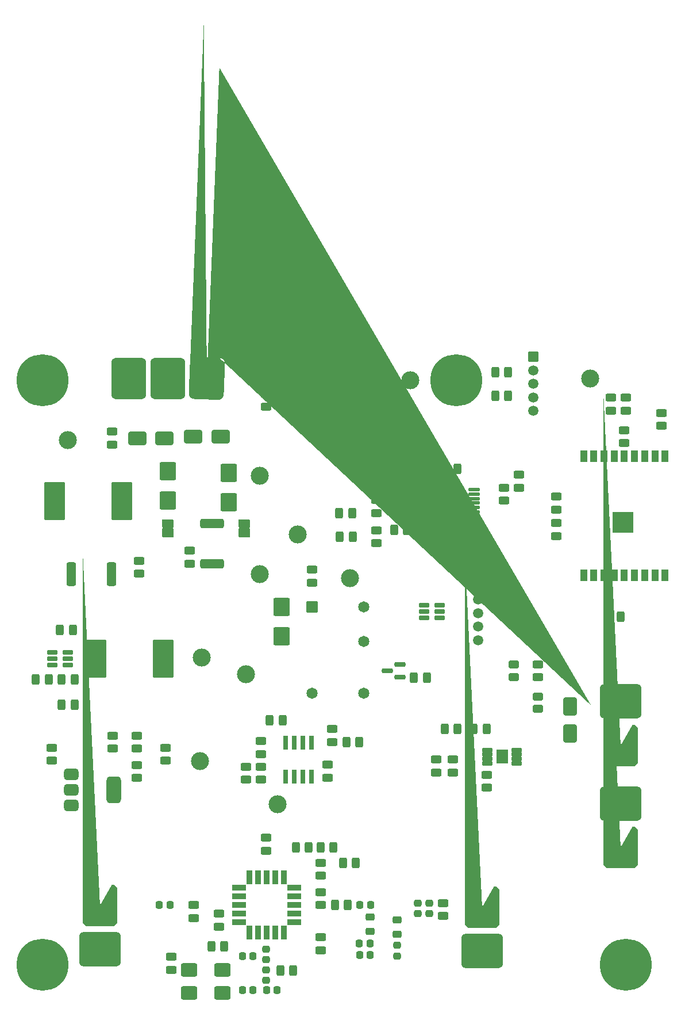
<source format=gts>
%TF.GenerationSoftware,KiCad,Pcbnew,9.0.7*%
%TF.CreationDate,2026-02-10T21:18:12+01:00*%
%TF.ProjectId,Tesla_sextant_BT,5465736c-615f-4736-9578-74616e745f42,2.1*%
%TF.SameCoordinates,Original*%
%TF.FileFunction,Soldermask,Top*%
%TF.FilePolarity,Negative*%
%FSLAX46Y46*%
G04 Gerber Fmt 4.6, Leading zero omitted, Abs format (unit mm)*
G04 Created by KiCad (PCBNEW 9.0.7) date 2026-02-10 21:18:12*
%MOMM*%
%LPD*%
G01*
G04 APERTURE LIST*
G04 Aperture macros list*
%AMRoundRect*
0 Rectangle with rounded corners*
0 $1 Rounding radius*
0 $2 $3 $4 $5 $6 $7 $8 $9 X,Y pos of 4 corners*
0 Add a 4 corners polygon primitive as box body*
4,1,4,$2,$3,$4,$5,$6,$7,$8,$9,$2,$3,0*
0 Add four circle primitives for the rounded corners*
1,1,$1+$1,$2,$3*
1,1,$1+$1,$4,$5*
1,1,$1+$1,$6,$7*
1,1,$1+$1,$8,$9*
0 Add four rect primitives between the rounded corners*
20,1,$1+$1,$2,$3,$4,$5,0*
20,1,$1+$1,$4,$5,$6,$7,0*
20,1,$1+$1,$6,$7,$8,$9,0*
20,1,$1+$1,$8,$9,$2,$3,0*%
%AMFreePoly0*
4,1,18,0.548980,0.808373,0.563402,0.792268,1.063402,0.042268,1.075738,-0.008375,1.063402,-0.042268,0.563402,-0.792268,0.521399,-0.823133,0.500000,-0.826200,-0.500000,-0.826200,-0.548980,-0.808373,-0.575042,-0.763232,-0.576200,-0.750000,-0.576200,0.750000,-0.558373,0.798980,-0.513232,0.825042,-0.500000,0.826200,0.500000,0.826200,0.548980,0.808373,0.548980,0.808373,$1*%
%AMFreePoly1*
4,1,20,0.548980,0.808373,0.575042,0.763232,0.576200,0.750000,0.576200,-0.750000,0.558373,-0.798980,0.513232,-0.825042,0.500000,-0.826200,-0.650000,-0.826200,-0.698980,-0.808373,-0.725042,-0.763232,-0.715991,-0.711900,-0.713402,-0.707732,-0.241580,0.000000,-0.713402,0.707732,-0.725738,0.758375,-0.702636,0.805099,-0.654904,0.826042,-0.650000,0.826200,0.500000,0.826200,0.548980,0.808373,
0.548980,0.808373,$1*%
%AMFreePoly2*
4,1,55,1.757745,3.075805,1.909408,3.060310,1.925631,3.056837,2.090932,3.002063,2.106967,2.994586,2.255180,2.903167,2.269059,2.892194,2.392194,2.769059,2.403167,2.755180,2.494586,2.606967,2.502063,2.590932,2.556837,2.425631,2.560310,2.409408,2.575805,2.257745,2.576200,2.250000,2.576200,-2.250000,2.575805,-2.257745,2.560310,-2.409408,2.556837,-2.425631,2.502063,-2.590932,
2.494586,-2.606967,2.403167,-2.755180,2.392194,-2.769059,2.269059,-2.892194,2.255180,-2.903167,2.106967,-2.994586,2.090932,-3.002063,1.925631,-3.056837,1.909408,-3.060310,1.757745,-3.075805,1.750000,-3.076200,-1.750000,-3.076200,-1.757745,-3.075805,-1.909408,-3.060310,-1.925631,-3.056837,-2.090932,-3.002063,-2.106967,-2.994586,-2.255180,-2.903167,-2.269059,-2.892194,-2.392194,-2.769059,
-2.403167,-2.755180,-2.494586,-2.606967,-2.502063,-2.590932,-2.556837,-2.425631,-2.560310,-2.409408,-2.575805,-2.257745,-2.576200,-2.250000,-2.576200,2.000000,-2.558373,2.048980,-2.553882,2.053882,-1.553882,3.053882,-1.506641,3.075910,-1.500000,3.076200,1.750000,3.076200,1.757745,3.075805,1.757745,3.075805,$1*%
G04 Aperture macros list end*
%ADD10FreePoly0,270.000000*%
%ADD11FreePoly1,270.000000*%
%ADD12RoundRect,0.288100X0.513100X-0.288100X0.513100X0.288100X-0.513100X0.288100X-0.513100X-0.288100X0*%
%ADD13RoundRect,0.288100X-0.513100X0.288100X-0.513100X-0.288100X0.513100X-0.288100X0.513100X0.288100X0*%
%ADD14RoundRect,0.076200X-0.450000X0.750000X-0.450000X-0.750000X0.450000X-0.750000X0.450000X0.750000X0*%
%ADD15C,0.752400*%
%ADD16RoundRect,0.076200X-1.450000X1.450000X-1.450000X-1.450000X1.450000X-1.450000X1.450000X1.450000X0*%
%ADD17RoundRect,0.263100X0.288100X-0.263100X0.288100X0.263100X-0.288100X0.263100X-0.288100X-0.263100X0*%
%ADD18RoundRect,0.288100X-0.288100X-0.513100X0.288100X-0.513100X0.288100X0.513100X-0.288100X0.513100X0*%
%ADD19C,4.852400*%
%ADD20C,7.652400*%
%ADD21RoundRect,0.188100X0.188100X-0.863100X0.188100X0.863100X-0.188100X0.863100X-0.188100X-0.863100X0*%
%ADD22RoundRect,0.288100X0.288100X0.513100X-0.288100X0.513100X-0.288100X-0.513100X0.288100X-0.513100X0*%
%ADD23RoundRect,0.188100X0.625600X0.188100X-0.625600X0.188100X-0.625600X-0.188100X0.625600X-0.188100X0*%
%ADD24C,2.652400*%
%ADD25C,0.802400*%
%ADD26RoundRect,0.188100X0.188100X0.463100X-0.188100X0.463100X-0.188100X-0.463100X0.188100X-0.463100X0*%
%ADD27RoundRect,0.113100X0.113100X0.538100X-0.113100X0.538100X-0.113100X-0.538100X0.113100X-0.538100X0*%
%ADD28O,1.152400X2.252400*%
%ADD29O,1.152400X1.952400*%
%ADD30FreePoly2,90.000000*%
%ADD31RoundRect,0.772860X2.303340X-1.803340X2.303340X1.803340X-2.303340X1.803340X-2.303340X-1.803340X0*%
%ADD32RoundRect,0.256850X-0.256850X-0.294350X0.256850X-0.294350X0.256850X0.294350X-0.256850X0.294350X0*%
%ADD33RoundRect,0.163100X-0.638100X-0.163100X0.638100X-0.163100X0.638100X0.163100X-0.638100X0.163100X0*%
%ADD34RoundRect,0.076200X-0.785000X-0.945000X0.785000X-0.945000X0.785000X0.945000X-0.785000X0.945000X0*%
%ADD35RoundRect,0.076200X-0.675000X-0.675000X0.675000X-0.675000X0.675000X0.675000X-0.675000X0.675000X0*%
%ADD36C,1.502400*%
%ADD37RoundRect,0.263100X0.263100X0.288100X-0.263100X0.288100X-0.263100X-0.288100X0.263100X-0.288100X0*%
%ADD38RoundRect,0.256850X-0.419350X0.256850X-0.419350X-0.256850X0.419350X-0.256850X0.419350X0.256850X0*%
%ADD39FreePoly2,270.000000*%
%ADD40RoundRect,0.772860X-2.303340X1.803340X-2.303340X-1.803340X2.303340X-1.803340X2.303340X1.803340X0*%
%ADD41RoundRect,0.263100X-0.288100X0.263100X-0.288100X-0.263100X0.288100X-0.263100X0.288100X0.263100X0*%
%ADD42RoundRect,0.281103X0.407597X1.470097X-0.407597X1.470097X-0.407597X-1.470097X0.407597X-1.470097X0*%
%ADD43RoundRect,0.076200X-1.450000X-2.700000X1.450000X-2.700000X1.450000X2.700000X-1.450000X2.700000X0*%
%ADD44RoundRect,0.271167X0.705033X-1.055033X0.705033X1.055033X-0.705033X1.055033X-0.705033X-1.055033X0*%
%ADD45RoundRect,0.076200X1.450000X2.700000X-1.450000X2.700000X-1.450000X-2.700000X1.450000X-2.700000X0*%
%ADD46RoundRect,0.256850X0.419350X-0.256850X0.419350X0.256850X-0.419350X0.256850X-0.419350X-0.256850X0*%
%ADD47RoundRect,0.188100X-0.188100X0.550600X-0.188100X-0.550600X0.188100X-0.550600X0.188100X0.550600X0*%
%ADD48RoundRect,0.266565X0.959635X-1.059635X0.959635X1.059635X-0.959635X1.059635X-0.959635X-1.059635X0*%
%ADD49RoundRect,0.263100X-0.263100X-0.288100X0.263100X-0.288100X0.263100X0.288100X-0.263100X0.288100X0*%
%ADD50RoundRect,0.271167X1.055033X0.705033X-1.055033X0.705033X-1.055033X-0.705033X1.055033X-0.705033X0*%
%ADD51RoundRect,0.256850X0.256850X0.294350X-0.256850X0.294350X-0.256850X-0.294350X0.256850X-0.294350X0*%
%ADD52RoundRect,0.281103X1.470097X-0.407597X1.470097X0.407597X-1.470097X0.407597X-1.470097X-0.407597X0*%
%ADD53RoundRect,0.271167X-0.930033X-0.705033X0.930033X-0.705033X0.930033X0.705033X-0.930033X0.705033X0*%
%ADD54RoundRect,0.287170X0.489030X-0.301530X0.489030X0.301530X-0.489030X0.301530X-0.489030X-0.301530X0*%
%ADD55RoundRect,0.076200X-0.350000X-0.962500X0.350000X-0.962500X0.350000X0.962500X-0.350000X0.962500X0*%
%ADD56RoundRect,0.076200X-0.962500X-0.350000X0.962500X-0.350000X0.962500X0.350000X-0.962500X0.350000X0*%
%ADD57FreePoly2,180.000000*%
%ADD58RoundRect,0.772860X1.803340X2.303340X-1.803340X2.303340X-1.803340X-2.303340X1.803340X-2.303340X0*%
%ADD59RoundRect,0.266565X-0.959635X1.059635X-0.959635X-1.059635X0.959635X-1.059635X0.959635X1.059635X0*%
%ADD60RoundRect,0.188100X-0.550600X-0.188100X0.550600X-0.188100X0.550600X0.188100X-0.550600X0.188100X0*%
%ADD61RoundRect,0.256850X-0.294350X0.256850X-0.294350X-0.256850X0.294350X-0.256850X0.294350X0.256850X0*%
%ADD62RoundRect,0.138100X-0.675600X-0.138100X0.675600X-0.138100X0.675600X0.138100X-0.675600X0.138100X0*%
%ADD63RoundRect,0.076200X-0.750570X0.750570X-0.750570X-0.750570X0.750570X-0.750570X0.750570X0.750570X0*%
%ADD64C,1.653540*%
%ADD65RoundRect,0.413100X-0.663100X-0.413100X0.663100X-0.413100X0.663100X0.413100X-0.663100X0.413100X0*%
%ADD66RoundRect,0.538100X-0.538100X-1.438100X0.538100X-1.438100X0.538100X1.438100X-0.538100X1.438100X0*%
G04 APERTURE END LIST*
%TO.C,JP1*%
G36*
X136000000Y-82525000D02*
G01*
X134500000Y-82525000D01*
X134500000Y-84975000D01*
X136000000Y-84975000D01*
X136000000Y-82525000D01*
G37*
%TO.C,JP4*%
G36*
X159400000Y-65315000D02*
G01*
X157900000Y-65315000D01*
X157900000Y-67765000D01*
X159400000Y-67765000D01*
X159400000Y-65315000D01*
G37*
%TO.C,JP3*%
G36*
X124750000Y-82525000D02*
G01*
X123250000Y-82525000D01*
X123250000Y-84975000D01*
X124750000Y-84975000D01*
X124750000Y-82525000D01*
G37*
%TO.C,JP2*%
G36*
X154900000Y-65290000D02*
G01*
X153400000Y-65290000D01*
X153400000Y-67740000D01*
X154900000Y-67740000D01*
X154900000Y-65290000D01*
G37*
%TD*%
D10*
%TO.C,JP1*%
X135250000Y-83025000D03*
D11*
X135250000Y-84475000D03*
%TD*%
D12*
%TO.C,C41*%
X178500000Y-105700000D03*
X178500000Y-103800000D03*
%TD*%
D13*
%TO.C,R3*%
X181250000Y-79100000D03*
X181250000Y-81000000D03*
%TD*%
D14*
%TO.C,U1*%
X197250000Y-73140000D03*
X195750000Y-73140000D03*
X194250000Y-73140000D03*
X192750000Y-73140000D03*
X191250000Y-73140000D03*
X189750000Y-73140000D03*
X188250000Y-73140000D03*
X186750000Y-73140000D03*
X185250000Y-73140000D03*
X185250000Y-90640000D03*
X186750000Y-90640000D03*
X188250000Y-90640000D03*
X189750000Y-90640000D03*
X191250000Y-90640000D03*
X192750000Y-90640000D03*
X194250000Y-90640000D03*
X195750000Y-90640000D03*
X197250000Y-90640000D03*
D15*
X191600000Y-81750000D03*
X190500000Y-81750000D03*
X192150000Y-82300000D03*
X191050000Y-82300000D03*
X189950000Y-82300000D03*
X191600000Y-82850000D03*
D16*
X191050000Y-82850000D03*
D15*
X190500000Y-82850000D03*
X192150000Y-83400000D03*
X191050000Y-83400000D03*
X189950000Y-83400000D03*
X191600000Y-83950000D03*
X190500000Y-83950000D03*
%TD*%
D17*
%TO.C,C34*%
X160790000Y-140447500D03*
X160790000Y-138897500D03*
%TD*%
D18*
%TO.C,R11*%
X149350000Y-85000000D03*
X151250000Y-85000000D03*
%TD*%
D19*
%TO.C,H3*%
X105500000Y-62000000D03*
D20*
X105500000Y-62000000D03*
%TD*%
D13*
%TO.C,C5*%
X164750000Y-85500000D03*
X164750000Y-87400000D03*
%TD*%
D21*
%TO.C,U3*%
X141345000Y-120275000D03*
X142615000Y-120275000D03*
X143885000Y-120275000D03*
X145155000Y-120275000D03*
X145155000Y-115325000D03*
X143885000Y-115325000D03*
X142615000Y-115325000D03*
X141345000Y-115325000D03*
%TD*%
D22*
%TO.C,C38*%
X151700000Y-133000000D03*
X149800000Y-133000000D03*
%TD*%
D23*
%TO.C,Q1*%
X158187500Y-105700000D03*
X158187500Y-103800000D03*
X156312500Y-104750000D03*
%TD*%
D12*
%TO.C,C29*%
X146500000Y-145847500D03*
X146500000Y-143947500D03*
%TD*%
D24*
%TO.C,TP2*%
X150800000Y-91100000D03*
%TD*%
D25*
%TO.C,J6*%
X149340000Y-61355000D03*
X143560000Y-61355000D03*
D26*
X149650000Y-62430000D03*
X148850000Y-62430000D03*
D27*
X147700000Y-62430000D03*
X146700000Y-62430000D03*
X146200000Y-62430000D03*
X145200000Y-62430000D03*
D26*
X144050000Y-62430000D03*
X143250000Y-62430000D03*
X143250000Y-62430000D03*
X144050000Y-62430000D03*
D27*
X144700000Y-62430000D03*
X145700000Y-62430000D03*
X147200000Y-62430000D03*
X148200000Y-62430000D03*
D26*
X148850000Y-62430000D03*
X149650000Y-62430000D03*
D28*
X150770000Y-61855000D03*
D29*
X150770000Y-57675000D03*
D28*
X142130000Y-61855000D03*
D29*
X142130000Y-57675000D03*
%TD*%
D30*
%TO.C,J4*%
X190750000Y-115750000D03*
D31*
X190750000Y-109250000D03*
%TD*%
D10*
%TO.C,JP4*%
X158650000Y-65815000D03*
D11*
X158650000Y-67265000D03*
%TD*%
D32*
%TO.C,L6*%
X152215000Y-144822500D03*
X153790000Y-144822500D03*
%TD*%
D13*
%TO.C,R23*%
X150750000Y-67750000D03*
X150750000Y-69650000D03*
%TD*%
D33*
%TO.C,U4*%
X171085000Y-116380000D03*
X171085000Y-117030000D03*
X171085000Y-117680000D03*
X171085000Y-118330000D03*
X175385000Y-118330000D03*
X175385000Y-117680000D03*
X175385000Y-117030000D03*
X175385000Y-116380000D03*
D34*
X173235000Y-117355000D03*
%TD*%
D35*
%TO.C,J3*%
X177800000Y-58500000D03*
D36*
X177800000Y-60500000D03*
X177800000Y-62500000D03*
X177800000Y-64500000D03*
X177800000Y-66500000D03*
%TD*%
D18*
%TO.C,C21*%
X108112500Y-98700000D03*
X110012500Y-98700000D03*
%TD*%
D13*
%TO.C,R19*%
X137750000Y-115100000D03*
X137750000Y-117000000D03*
%TD*%
%TO.C,C30*%
X138500000Y-129300000D03*
X138500000Y-131200000D03*
%TD*%
D18*
%TO.C,C22*%
X104550000Y-106000000D03*
X106450000Y-106000000D03*
%TD*%
D37*
%TO.C,C42*%
X136525000Y-146750000D03*
X134975000Y-146750000D03*
%TD*%
D24*
%TO.C,TP9*%
X159750000Y-62000000D03*
%TD*%
D38*
%TO.C,L4*%
X157790000Y-141360000D03*
X157790000Y-143485000D03*
%TD*%
D22*
%TO.C,C14*%
X140900000Y-112000000D03*
X139000000Y-112000000D03*
%TD*%
D39*
%TO.C,J9*%
X114000000Y-139250000D03*
D40*
X114000000Y-145750000D03*
%TD*%
D41*
%TO.C,C43*%
X138500000Y-148725000D03*
X138500000Y-150275000D03*
%TD*%
D18*
%TO.C,C15*%
X164800000Y-113250000D03*
X166700000Y-113250000D03*
%TD*%
D13*
%TO.C,C17*%
X135500000Y-118850000D03*
X135500000Y-120750000D03*
%TD*%
D24*
%TO.C,TP6*%
X137500000Y-90500000D03*
%TD*%
D22*
%TO.C,R31*%
X144750000Y-130697500D03*
X142850000Y-130697500D03*
%TD*%
%TO.C,R8*%
X159200000Y-81400000D03*
X157300000Y-81400000D03*
%TD*%
D18*
%TO.C,C28*%
X130390000Y-145250000D03*
X132290000Y-145250000D03*
%TD*%
D42*
%TO.C,R24*%
X115712500Y-90500000D03*
X109787500Y-90500000D03*
%TD*%
D43*
%TO.C,L2*%
X113412500Y-102950000D03*
X123312500Y-102950000D03*
%TD*%
D18*
%TO.C,C8*%
X164800000Y-75000000D03*
X166700000Y-75000000D03*
%TD*%
D22*
%TO.C,R9*%
X151150000Y-81500000D03*
X149250000Y-81500000D03*
%TD*%
D44*
%TO.C,D7*%
X154250000Y-62500000D03*
X154250000Y-58500000D03*
%TD*%
D12*
%TO.C,R29*%
X164540000Y-140797500D03*
X164540000Y-138897500D03*
%TD*%
D45*
%TO.C,L1*%
X117200000Y-79750000D03*
X107300000Y-79750000D03*
%TD*%
D46*
%TO.C,L3*%
X153790000Y-143072500D03*
X153790000Y-140947500D03*
%TD*%
D41*
%TO.C,C40*%
X138500000Y-145700000D03*
X138500000Y-147250000D03*
%TD*%
D24*
%TO.C,TP10*%
X143100000Y-84700000D03*
%TD*%
D18*
%TO.C,R6*%
X172250000Y-64250000D03*
X174150000Y-64250000D03*
%TD*%
D24*
%TO.C,TP5*%
X135500000Y-105250000D03*
%TD*%
D13*
%TO.C,C7*%
X154750000Y-84050000D03*
X154750000Y-85950000D03*
%TD*%
D12*
%TO.C,C2*%
X196750000Y-68700000D03*
X196750000Y-66800000D03*
%TD*%
D47*
%TO.C,U5*%
X147400000Y-66225000D03*
X146450000Y-66225000D03*
X145500000Y-66225000D03*
X145500000Y-68500000D03*
X146450000Y-68500000D03*
X147400000Y-68500000D03*
%TD*%
D22*
%TO.C,R10*%
X159250000Y-84000000D03*
X157350000Y-84000000D03*
%TD*%
%TO.C,C11*%
X159250000Y-79000000D03*
X157350000Y-79000000D03*
%TD*%
D13*
%TO.C,C12*%
X166000000Y-117800000D03*
X166000000Y-119700000D03*
%TD*%
%TO.C,R30*%
X146540000Y-132997500D03*
X146540000Y-134897500D03*
%TD*%
D24*
%TO.C,TP4*%
X109250000Y-70750000D03*
%TD*%
%TO.C,TP8*%
X129000000Y-102750000D03*
%TD*%
D18*
%TO.C,R7*%
X172250000Y-60750000D03*
X174150000Y-60750000D03*
%TD*%
D19*
%TO.C,H4*%
X166500000Y-62000000D03*
D20*
X166500000Y-62000000D03*
%TD*%
D13*
%TO.C,C13*%
X163500000Y-117800000D03*
X163500000Y-119700000D03*
%TD*%
D48*
%TO.C,D4*%
X133000000Y-79900000D03*
X133000000Y-75600000D03*
%TD*%
D13*
%TO.C,C1*%
X191500000Y-64550000D03*
X191500000Y-66450000D03*
%TD*%
D12*
%TO.C,C10*%
X173500000Y-79700000D03*
X173500000Y-77800000D03*
%TD*%
D49*
%TO.C,C31*%
X152290000Y-139197500D03*
X153840000Y-139197500D03*
%TD*%
D12*
%TO.C,C20*%
X119750000Y-90450000D03*
X119750000Y-88550000D03*
%TD*%
%TO.C,R25*%
X119400000Y-120500000D03*
X119400000Y-118600000D03*
%TD*%
D18*
%TO.C,R2*%
X188850000Y-96750000D03*
X190750000Y-96750000D03*
%TD*%
D50*
%TO.C,D5*%
X131750000Y-70250000D03*
X127750000Y-70250000D03*
%TD*%
D51*
%TO.C,L5*%
X124290000Y-139197500D03*
X122715000Y-139197500D03*
%TD*%
D48*
%TO.C,D6*%
X124000000Y-79650000D03*
X124000000Y-75350000D03*
%TD*%
D44*
%TO.C,D2*%
X183250000Y-114000000D03*
X183250000Y-110000000D03*
%TD*%
D24*
%TO.C,TP1*%
X186250000Y-61750000D03*
%TD*%
D12*
%TO.C,C19*%
X115750000Y-71450000D03*
X115750000Y-69550000D03*
%TD*%
D52*
%TO.C,R21*%
X130500000Y-88962500D03*
X130500000Y-83037500D03*
%TD*%
D53*
%TO.C,Y1*%
X127150000Y-152150000D03*
X132000000Y-152150000D03*
X132000000Y-148750000D03*
X127150000Y-148750000D03*
%TD*%
D12*
%TO.C,C25*%
X106900000Y-117950000D03*
X106900000Y-116050000D03*
%TD*%
D24*
%TO.C,TP11*%
X137500000Y-76000000D03*
%TD*%
%TO.C,TP7*%
X128750000Y-118000000D03*
%TD*%
D13*
%TO.C,R1*%
X189250000Y-64550000D03*
X189250000Y-66450000D03*
%TD*%
D22*
%TO.C,C24*%
X110262500Y-106000000D03*
X108362500Y-106000000D03*
%TD*%
D13*
%TO.C,C4*%
X175750000Y-75900000D03*
X175750000Y-77800000D03*
%TD*%
D22*
%TO.C,R15*%
X162150000Y-105750000D03*
X160250000Y-105750000D03*
%TD*%
D54*
%TO.C,R13*%
X175000000Y-105662500D03*
X175000000Y-103837500D03*
%TD*%
D37*
%TO.C,C39*%
X140065000Y-151750000D03*
X138515000Y-151750000D03*
%TD*%
D12*
%TO.C,R14*%
X147500000Y-120450000D03*
X147500000Y-118550000D03*
%TD*%
D13*
%TO.C,R4*%
X191250000Y-69300000D03*
X191250000Y-71200000D03*
%TD*%
D18*
%TO.C,R16*%
X169050000Y-113250000D03*
X170950000Y-113250000D03*
%TD*%
D55*
%TO.C,U8*%
X138540000Y-135145000D03*
X137270000Y-135145000D03*
X136000000Y-135145000D03*
D56*
X134487500Y-136657500D03*
X134487500Y-137927500D03*
X134487500Y-139197500D03*
X134487500Y-140467500D03*
X134487500Y-141737500D03*
D55*
X136000000Y-143250000D03*
X137270000Y-143250000D03*
X138540000Y-143250000D03*
X139810000Y-143250000D03*
X141080000Y-143250000D03*
D56*
X142592500Y-141737500D03*
X142592500Y-140467500D03*
X142592500Y-139197500D03*
X142592500Y-137927500D03*
X142592500Y-136657500D03*
D55*
X141080000Y-135145000D03*
X139810000Y-135145000D03*
%TD*%
D10*
%TO.C,JP3*%
X124000000Y-83025000D03*
D11*
X124000000Y-84475000D03*
%TD*%
D32*
%TO.C,L8*%
X134965000Y-151750000D03*
X136540000Y-151750000D03*
%TD*%
D22*
%TO.C,R18*%
X152200000Y-115250000D03*
X150300000Y-115250000D03*
%TD*%
D49*
%TO.C,C33*%
X152240000Y-146572500D03*
X153790000Y-146572500D03*
%TD*%
D39*
%TO.C,J8*%
X170300000Y-139500000D03*
D40*
X170300000Y-146000000D03*
%TD*%
D12*
%TO.C,R22*%
X138500000Y-65900000D03*
X138500000Y-64000000D03*
%TD*%
%TO.C,R28*%
X146540000Y-139197500D03*
X146540000Y-137297500D03*
%TD*%
D13*
%TO.C,C16*%
X171000000Y-120050000D03*
X171000000Y-121950000D03*
%TD*%
%TO.C,C37*%
X124500000Y-146850000D03*
X124500000Y-148750000D03*
%TD*%
D12*
%TO.C,C36*%
X131540000Y-142397500D03*
X131540000Y-140497500D03*
%TD*%
D19*
%TO.C,H1*%
X105500000Y-148000000D03*
D20*
X105500000Y-148000000D03*
%TD*%
D57*
%TO.C,J7*%
X129750000Y-61750000D03*
D58*
X124000000Y-61750000D03*
X118250000Y-61750000D03*
%TD*%
D30*
%TO.C,J2*%
X190750000Y-130750000D03*
D31*
X190750000Y-124250000D03*
%TD*%
D19*
%TO.C,H2*%
X191500000Y-148000000D03*
D20*
X191500000Y-148000000D03*
%TD*%
D10*
%TO.C,JP2*%
X154150000Y-65790000D03*
D11*
X154150000Y-67240000D03*
%TD*%
D24*
%TO.C,TP3*%
X140200000Y-124400000D03*
%TD*%
D59*
%TO.C,D3*%
X140750000Y-95350000D03*
X140750000Y-99650000D03*
%TD*%
D12*
%TO.C,R5*%
X181250000Y-84900000D03*
X181250000Y-83000000D03*
%TD*%
D60*
%TO.C,D1*%
X161725000Y-95050000D03*
X161725000Y-96000000D03*
X161725000Y-96950000D03*
X164000000Y-96950000D03*
X164000000Y-96000000D03*
X164000000Y-95050000D03*
%TD*%
%TO.C,U6*%
X106975000Y-102000000D03*
X106975000Y-102950000D03*
X106975000Y-103900000D03*
X109250000Y-103900000D03*
X109250000Y-102950000D03*
X109250000Y-102000000D03*
%TD*%
D61*
%TO.C,L7*%
X162540000Y-138897500D03*
X162540000Y-140472500D03*
%TD*%
D12*
%TO.C,C26*%
X123650000Y-117950000D03*
X123650000Y-116050000D03*
%TD*%
%TO.C,C18*%
X127250000Y-88950000D03*
X127250000Y-87050000D03*
%TD*%
D18*
%TO.C,R27*%
X148590000Y-139197500D03*
X150490000Y-139197500D03*
%TD*%
%TO.C,R33*%
X140590000Y-148850000D03*
X142490000Y-148850000D03*
%TD*%
D12*
%TO.C,R26*%
X115900000Y-116200000D03*
X115900000Y-114300000D03*
%TD*%
D22*
%TO.C,C23*%
X110250000Y-109750000D03*
X108350000Y-109750000D03*
%TD*%
D35*
%TO.C,J1*%
X169750000Y-92250000D03*
D36*
X169750000Y-94250000D03*
X169750000Y-96250000D03*
X169750000Y-98250000D03*
X169750000Y-100250000D03*
%TD*%
D12*
%TO.C,R17*%
X148250000Y-115200000D03*
X148250000Y-113300000D03*
%TD*%
%TO.C,C6*%
X154750000Y-81500000D03*
X154750000Y-79600000D03*
%TD*%
%TO.C,C35*%
X127790000Y-141097500D03*
X127790000Y-139197500D03*
%TD*%
%TO.C,C9*%
X145250000Y-91750000D03*
X145250000Y-89850000D03*
%TD*%
D62*
%TO.C,U2*%
X163387500Y-78075000D03*
X163387500Y-78725000D03*
X163387500Y-79375000D03*
X163387500Y-80025000D03*
X163387500Y-80675000D03*
X163387500Y-81325000D03*
X163387500Y-81975000D03*
X163387500Y-82625000D03*
X163387500Y-83275000D03*
X163387500Y-83925000D03*
X169112500Y-83925000D03*
X169112500Y-83275000D03*
X169112500Y-82625000D03*
X169112500Y-81975000D03*
X169112500Y-81325000D03*
X169112500Y-80675000D03*
X169112500Y-80025000D03*
X169112500Y-79375000D03*
X169112500Y-78725000D03*
X169112500Y-78075000D03*
%TD*%
D22*
%TO.C,C3*%
X161750000Y-76500000D03*
X159850000Y-76500000D03*
%TD*%
%TO.C,R32*%
X148400000Y-130697500D03*
X146500000Y-130697500D03*
%TD*%
D63*
%TO.C,K1*%
X145250000Y-95300000D03*
D64*
X145250000Y-108000000D03*
X152870000Y-108000000D03*
X152870000Y-100380000D03*
X152870000Y-95300000D03*
%TD*%
D65*
%TO.C,U7*%
X109750000Y-119950000D03*
X109750000Y-122250000D03*
X109750000Y-124550000D03*
D66*
X116050000Y-122250000D03*
%TD*%
D13*
%TO.C,R20*%
X137750000Y-118850000D03*
X137750000Y-120750000D03*
%TD*%
D54*
%TO.C,R12*%
X178500000Y-110325000D03*
X178500000Y-108500000D03*
%TD*%
D12*
%TO.C,C27*%
X119400000Y-116200000D03*
X119400000Y-114300000D03*
%TD*%
D41*
%TO.C,C32*%
X157790000Y-145147500D03*
X157790000Y-146697500D03*
%TD*%
D50*
%TO.C,D8*%
X123500000Y-70500000D03*
X119500000Y-70500000D03*
%TD*%
M02*

</source>
